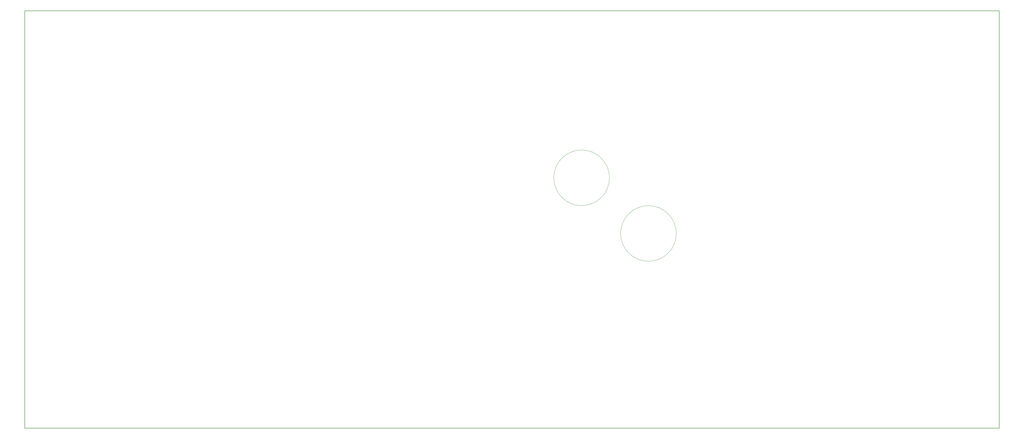
<source format=gbr>
%TF.GenerationSoftware,KiCad,Pcbnew,9.0.0*%
%TF.CreationDate,2025-04-28T16:55:09-07:00*%
%TF.ProjectId,DynamicBrakeGrid,44796e61-6d69-4634-9272-616b65477269,rev?*%
%TF.SameCoordinates,Original*%
%TF.FileFunction,Profile,NP*%
%FSLAX46Y46*%
G04 Gerber Fmt 4.6, Leading zero omitted, Abs format (unit mm)*
G04 Created by KiCad (PCBNEW 9.0.0) date 2025-04-28 16:55:09*
%MOMM*%
%LPD*%
G01*
G04 APERTURE LIST*
%TA.AperFunction,Profile*%
%ADD10C,0.200000*%
%TD*%
%TA.AperFunction,Profile*%
%ADD11C,0.100000*%
%TD*%
G04 APERTURE END LIST*
D10*
X0Y-25000000D02*
X350000000Y-25000000D01*
X350000000Y-175000000D01*
X0Y-175000000D01*
X0Y-25000000D01*
D11*
%TO.C,Q1*%
X234000000Y-105000000D02*
G75*
G02*
X214000000Y-105000000I-10000000J0D01*
G01*
X214000000Y-105000000D02*
G75*
G02*
X234000000Y-105000000I10000000J0D01*
G01*
X210000000Y-85000000D02*
G75*
G02*
X190000000Y-85000000I-10000000J0D01*
G01*
X190000000Y-85000000D02*
G75*
G02*
X210000000Y-85000000I10000000J0D01*
G01*
%TD*%
M02*

</source>
